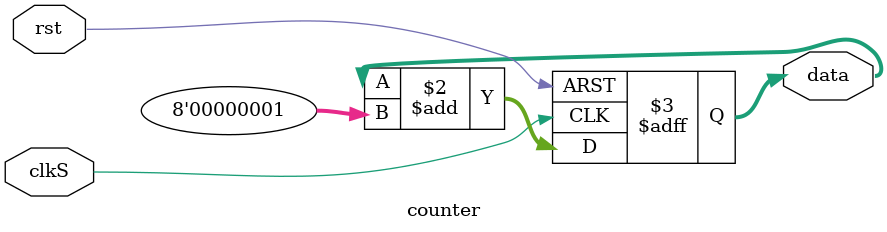
<source format=v>
module counter(clkS,rst,data);
	input clkS,rst;
	output reg [7:0] data;	

	always @(posedge clkS or posedge rst) 
		if(rst) data <= 8'b0;
		else data <= data + 8'b1;
			
endmodule

</source>
